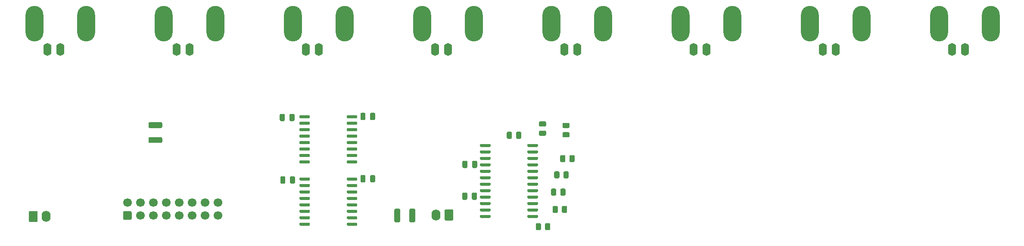
<source format=gbr>
%TF.GenerationSoftware,KiCad,Pcbnew,(5.1.10-1-10_14)*%
%TF.CreationDate,2021-10-08T10:07:37-04:00*%
%TF.ProjectId,BufferBox,42756666-6572-4426-9f78-2e6b69636164,1.1*%
%TF.SameCoordinates,Original*%
%TF.FileFunction,Soldermask,Top*%
%TF.FilePolarity,Negative*%
%FSLAX46Y46*%
G04 Gerber Fmt 4.6, Leading zero omitted, Abs format (unit mm)*
G04 Created by KiCad (PCBNEW (5.1.10-1-10_14)) date 2021-10-08 10:07:37*
%MOMM*%
%LPD*%
G01*
G04 APERTURE LIST*
%ADD10C,1.700000*%
%ADD11O,1.740000X2.190000*%
%ADD12O,1.600000X2.500000*%
%ADD13O,3.500000X7.000000*%
G04 APERTURE END LIST*
%TO.C,U3*%
G36*
G01*
X143775000Y-110635000D02*
X143775000Y-110935000D01*
G75*
G02*
X143625000Y-111085000I-150000J0D01*
G01*
X141875000Y-111085000D01*
G75*
G02*
X141725000Y-110935000I0J150000D01*
G01*
X141725000Y-110635000D01*
G75*
G02*
X141875000Y-110485000I150000J0D01*
G01*
X143625000Y-110485000D01*
G75*
G02*
X143775000Y-110635000I0J-150000D01*
G01*
G37*
G36*
G01*
X143775000Y-109365000D02*
X143775000Y-109665000D01*
G75*
G02*
X143625000Y-109815000I-150000J0D01*
G01*
X141875000Y-109815000D01*
G75*
G02*
X141725000Y-109665000I0J150000D01*
G01*
X141725000Y-109365000D01*
G75*
G02*
X141875000Y-109215000I150000J0D01*
G01*
X143625000Y-109215000D01*
G75*
G02*
X143775000Y-109365000I0J-150000D01*
G01*
G37*
G36*
G01*
X143775000Y-108095000D02*
X143775000Y-108395000D01*
G75*
G02*
X143625000Y-108545000I-150000J0D01*
G01*
X141875000Y-108545000D01*
G75*
G02*
X141725000Y-108395000I0J150000D01*
G01*
X141725000Y-108095000D01*
G75*
G02*
X141875000Y-107945000I150000J0D01*
G01*
X143625000Y-107945000D01*
G75*
G02*
X143775000Y-108095000I0J-150000D01*
G01*
G37*
G36*
G01*
X143775000Y-106825000D02*
X143775000Y-107125000D01*
G75*
G02*
X143625000Y-107275000I-150000J0D01*
G01*
X141875000Y-107275000D01*
G75*
G02*
X141725000Y-107125000I0J150000D01*
G01*
X141725000Y-106825000D01*
G75*
G02*
X141875000Y-106675000I150000J0D01*
G01*
X143625000Y-106675000D01*
G75*
G02*
X143775000Y-106825000I0J-150000D01*
G01*
G37*
G36*
G01*
X143775000Y-105555000D02*
X143775000Y-105855000D01*
G75*
G02*
X143625000Y-106005000I-150000J0D01*
G01*
X141875000Y-106005000D01*
G75*
G02*
X141725000Y-105855000I0J150000D01*
G01*
X141725000Y-105555000D01*
G75*
G02*
X141875000Y-105405000I150000J0D01*
G01*
X143625000Y-105405000D01*
G75*
G02*
X143775000Y-105555000I0J-150000D01*
G01*
G37*
G36*
G01*
X143775000Y-104285000D02*
X143775000Y-104585000D01*
G75*
G02*
X143625000Y-104735000I-150000J0D01*
G01*
X141875000Y-104735000D01*
G75*
G02*
X141725000Y-104585000I0J150000D01*
G01*
X141725000Y-104285000D01*
G75*
G02*
X141875000Y-104135000I150000J0D01*
G01*
X143625000Y-104135000D01*
G75*
G02*
X143775000Y-104285000I0J-150000D01*
G01*
G37*
G36*
G01*
X143775000Y-103015000D02*
X143775000Y-103315000D01*
G75*
G02*
X143625000Y-103465000I-150000J0D01*
G01*
X141875000Y-103465000D01*
G75*
G02*
X141725000Y-103315000I0J150000D01*
G01*
X141725000Y-103015000D01*
G75*
G02*
X141875000Y-102865000I150000J0D01*
G01*
X143625000Y-102865000D01*
G75*
G02*
X143775000Y-103015000I0J-150000D01*
G01*
G37*
G36*
G01*
X143775000Y-101745000D02*
X143775000Y-102045000D01*
G75*
G02*
X143625000Y-102195000I-150000J0D01*
G01*
X141875000Y-102195000D01*
G75*
G02*
X141725000Y-102045000I0J150000D01*
G01*
X141725000Y-101745000D01*
G75*
G02*
X141875000Y-101595000I150000J0D01*
G01*
X143625000Y-101595000D01*
G75*
G02*
X143775000Y-101745000I0J-150000D01*
G01*
G37*
G36*
G01*
X143775000Y-100475000D02*
X143775000Y-100775000D01*
G75*
G02*
X143625000Y-100925000I-150000J0D01*
G01*
X141875000Y-100925000D01*
G75*
G02*
X141725000Y-100775000I0J150000D01*
G01*
X141725000Y-100475000D01*
G75*
G02*
X141875000Y-100325000I150000J0D01*
G01*
X143625000Y-100325000D01*
G75*
G02*
X143775000Y-100475000I0J-150000D01*
G01*
G37*
G36*
G01*
X143775000Y-99205000D02*
X143775000Y-99505000D01*
G75*
G02*
X143625000Y-99655000I-150000J0D01*
G01*
X141875000Y-99655000D01*
G75*
G02*
X141725000Y-99505000I0J150000D01*
G01*
X141725000Y-99205000D01*
G75*
G02*
X141875000Y-99055000I150000J0D01*
G01*
X143625000Y-99055000D01*
G75*
G02*
X143775000Y-99205000I0J-150000D01*
G01*
G37*
G36*
G01*
X143775000Y-97935000D02*
X143775000Y-98235000D01*
G75*
G02*
X143625000Y-98385000I-150000J0D01*
G01*
X141875000Y-98385000D01*
G75*
G02*
X141725000Y-98235000I0J150000D01*
G01*
X141725000Y-97935000D01*
G75*
G02*
X141875000Y-97785000I150000J0D01*
G01*
X143625000Y-97785000D01*
G75*
G02*
X143775000Y-97935000I0J-150000D01*
G01*
G37*
G36*
G01*
X143775000Y-96665000D02*
X143775000Y-96965000D01*
G75*
G02*
X143625000Y-97115000I-150000J0D01*
G01*
X141875000Y-97115000D01*
G75*
G02*
X141725000Y-96965000I0J150000D01*
G01*
X141725000Y-96665000D01*
G75*
G02*
X141875000Y-96515000I150000J0D01*
G01*
X143625000Y-96515000D01*
G75*
G02*
X143775000Y-96665000I0J-150000D01*
G01*
G37*
G36*
G01*
X153075000Y-96665000D02*
X153075000Y-96965000D01*
G75*
G02*
X152925000Y-97115000I-150000J0D01*
G01*
X151175000Y-97115000D01*
G75*
G02*
X151025000Y-96965000I0J150000D01*
G01*
X151025000Y-96665000D01*
G75*
G02*
X151175000Y-96515000I150000J0D01*
G01*
X152925000Y-96515000D01*
G75*
G02*
X153075000Y-96665000I0J-150000D01*
G01*
G37*
G36*
G01*
X153075000Y-97935000D02*
X153075000Y-98235000D01*
G75*
G02*
X152925000Y-98385000I-150000J0D01*
G01*
X151175000Y-98385000D01*
G75*
G02*
X151025000Y-98235000I0J150000D01*
G01*
X151025000Y-97935000D01*
G75*
G02*
X151175000Y-97785000I150000J0D01*
G01*
X152925000Y-97785000D01*
G75*
G02*
X153075000Y-97935000I0J-150000D01*
G01*
G37*
G36*
G01*
X153075000Y-99205000D02*
X153075000Y-99505000D01*
G75*
G02*
X152925000Y-99655000I-150000J0D01*
G01*
X151175000Y-99655000D01*
G75*
G02*
X151025000Y-99505000I0J150000D01*
G01*
X151025000Y-99205000D01*
G75*
G02*
X151175000Y-99055000I150000J0D01*
G01*
X152925000Y-99055000D01*
G75*
G02*
X153075000Y-99205000I0J-150000D01*
G01*
G37*
G36*
G01*
X153075000Y-100475000D02*
X153075000Y-100775000D01*
G75*
G02*
X152925000Y-100925000I-150000J0D01*
G01*
X151175000Y-100925000D01*
G75*
G02*
X151025000Y-100775000I0J150000D01*
G01*
X151025000Y-100475000D01*
G75*
G02*
X151175000Y-100325000I150000J0D01*
G01*
X152925000Y-100325000D01*
G75*
G02*
X153075000Y-100475000I0J-150000D01*
G01*
G37*
G36*
G01*
X153075000Y-101745000D02*
X153075000Y-102045000D01*
G75*
G02*
X152925000Y-102195000I-150000J0D01*
G01*
X151175000Y-102195000D01*
G75*
G02*
X151025000Y-102045000I0J150000D01*
G01*
X151025000Y-101745000D01*
G75*
G02*
X151175000Y-101595000I150000J0D01*
G01*
X152925000Y-101595000D01*
G75*
G02*
X153075000Y-101745000I0J-150000D01*
G01*
G37*
G36*
G01*
X153075000Y-103015000D02*
X153075000Y-103315000D01*
G75*
G02*
X152925000Y-103465000I-150000J0D01*
G01*
X151175000Y-103465000D01*
G75*
G02*
X151025000Y-103315000I0J150000D01*
G01*
X151025000Y-103015000D01*
G75*
G02*
X151175000Y-102865000I150000J0D01*
G01*
X152925000Y-102865000D01*
G75*
G02*
X153075000Y-103015000I0J-150000D01*
G01*
G37*
G36*
G01*
X153075000Y-104285000D02*
X153075000Y-104585000D01*
G75*
G02*
X152925000Y-104735000I-150000J0D01*
G01*
X151175000Y-104735000D01*
G75*
G02*
X151025000Y-104585000I0J150000D01*
G01*
X151025000Y-104285000D01*
G75*
G02*
X151175000Y-104135000I150000J0D01*
G01*
X152925000Y-104135000D01*
G75*
G02*
X153075000Y-104285000I0J-150000D01*
G01*
G37*
G36*
G01*
X153075000Y-105555000D02*
X153075000Y-105855000D01*
G75*
G02*
X152925000Y-106005000I-150000J0D01*
G01*
X151175000Y-106005000D01*
G75*
G02*
X151025000Y-105855000I0J150000D01*
G01*
X151025000Y-105555000D01*
G75*
G02*
X151175000Y-105405000I150000J0D01*
G01*
X152925000Y-105405000D01*
G75*
G02*
X153075000Y-105555000I0J-150000D01*
G01*
G37*
G36*
G01*
X153075000Y-106825000D02*
X153075000Y-107125000D01*
G75*
G02*
X152925000Y-107275000I-150000J0D01*
G01*
X151175000Y-107275000D01*
G75*
G02*
X151025000Y-107125000I0J150000D01*
G01*
X151025000Y-106825000D01*
G75*
G02*
X151175000Y-106675000I150000J0D01*
G01*
X152925000Y-106675000D01*
G75*
G02*
X153075000Y-106825000I0J-150000D01*
G01*
G37*
G36*
G01*
X153075000Y-108095000D02*
X153075000Y-108395000D01*
G75*
G02*
X152925000Y-108545000I-150000J0D01*
G01*
X151175000Y-108545000D01*
G75*
G02*
X151025000Y-108395000I0J150000D01*
G01*
X151025000Y-108095000D01*
G75*
G02*
X151175000Y-107945000I150000J0D01*
G01*
X152925000Y-107945000D01*
G75*
G02*
X153075000Y-108095000I0J-150000D01*
G01*
G37*
G36*
G01*
X153075000Y-109365000D02*
X153075000Y-109665000D01*
G75*
G02*
X152925000Y-109815000I-150000J0D01*
G01*
X151175000Y-109815000D01*
G75*
G02*
X151025000Y-109665000I0J150000D01*
G01*
X151025000Y-109365000D01*
G75*
G02*
X151175000Y-109215000I150000J0D01*
G01*
X152925000Y-109215000D01*
G75*
G02*
X153075000Y-109365000I0J-150000D01*
G01*
G37*
G36*
G01*
X153075000Y-110635000D02*
X153075000Y-110935000D01*
G75*
G02*
X152925000Y-111085000I-150000J0D01*
G01*
X151175000Y-111085000D01*
G75*
G02*
X151025000Y-110935000I0J150000D01*
G01*
X151025000Y-110635000D01*
G75*
G02*
X151175000Y-110485000I150000J0D01*
G01*
X152925000Y-110485000D01*
G75*
G02*
X153075000Y-110635000I0J-150000D01*
G01*
G37*
%TD*%
%TO.C,U2*%
G36*
G01*
X115525000Y-103555000D02*
X115525000Y-103255000D01*
G75*
G02*
X115675000Y-103105000I150000J0D01*
G01*
X117425000Y-103105000D01*
G75*
G02*
X117575000Y-103255000I0J-150000D01*
G01*
X117575000Y-103555000D01*
G75*
G02*
X117425000Y-103705000I-150000J0D01*
G01*
X115675000Y-103705000D01*
G75*
G02*
X115525000Y-103555000I0J150000D01*
G01*
G37*
G36*
G01*
X115525000Y-104825000D02*
X115525000Y-104525000D01*
G75*
G02*
X115675000Y-104375000I150000J0D01*
G01*
X117425000Y-104375000D01*
G75*
G02*
X117575000Y-104525000I0J-150000D01*
G01*
X117575000Y-104825000D01*
G75*
G02*
X117425000Y-104975000I-150000J0D01*
G01*
X115675000Y-104975000D01*
G75*
G02*
X115525000Y-104825000I0J150000D01*
G01*
G37*
G36*
G01*
X115525000Y-106095000D02*
X115525000Y-105795000D01*
G75*
G02*
X115675000Y-105645000I150000J0D01*
G01*
X117425000Y-105645000D01*
G75*
G02*
X117575000Y-105795000I0J-150000D01*
G01*
X117575000Y-106095000D01*
G75*
G02*
X117425000Y-106245000I-150000J0D01*
G01*
X115675000Y-106245000D01*
G75*
G02*
X115525000Y-106095000I0J150000D01*
G01*
G37*
G36*
G01*
X115525000Y-107365000D02*
X115525000Y-107065000D01*
G75*
G02*
X115675000Y-106915000I150000J0D01*
G01*
X117425000Y-106915000D01*
G75*
G02*
X117575000Y-107065000I0J-150000D01*
G01*
X117575000Y-107365000D01*
G75*
G02*
X117425000Y-107515000I-150000J0D01*
G01*
X115675000Y-107515000D01*
G75*
G02*
X115525000Y-107365000I0J150000D01*
G01*
G37*
G36*
G01*
X115525000Y-108635000D02*
X115525000Y-108335000D01*
G75*
G02*
X115675000Y-108185000I150000J0D01*
G01*
X117425000Y-108185000D01*
G75*
G02*
X117575000Y-108335000I0J-150000D01*
G01*
X117575000Y-108635000D01*
G75*
G02*
X117425000Y-108785000I-150000J0D01*
G01*
X115675000Y-108785000D01*
G75*
G02*
X115525000Y-108635000I0J150000D01*
G01*
G37*
G36*
G01*
X115525000Y-109905000D02*
X115525000Y-109605000D01*
G75*
G02*
X115675000Y-109455000I150000J0D01*
G01*
X117425000Y-109455000D01*
G75*
G02*
X117575000Y-109605000I0J-150000D01*
G01*
X117575000Y-109905000D01*
G75*
G02*
X117425000Y-110055000I-150000J0D01*
G01*
X115675000Y-110055000D01*
G75*
G02*
X115525000Y-109905000I0J150000D01*
G01*
G37*
G36*
G01*
X115525000Y-111175000D02*
X115525000Y-110875000D01*
G75*
G02*
X115675000Y-110725000I150000J0D01*
G01*
X117425000Y-110725000D01*
G75*
G02*
X117575000Y-110875000I0J-150000D01*
G01*
X117575000Y-111175000D01*
G75*
G02*
X117425000Y-111325000I-150000J0D01*
G01*
X115675000Y-111325000D01*
G75*
G02*
X115525000Y-111175000I0J150000D01*
G01*
G37*
G36*
G01*
X115525000Y-112445000D02*
X115525000Y-112145000D01*
G75*
G02*
X115675000Y-111995000I150000J0D01*
G01*
X117425000Y-111995000D01*
G75*
G02*
X117575000Y-112145000I0J-150000D01*
G01*
X117575000Y-112445000D01*
G75*
G02*
X117425000Y-112595000I-150000J0D01*
G01*
X115675000Y-112595000D01*
G75*
G02*
X115525000Y-112445000I0J150000D01*
G01*
G37*
G36*
G01*
X106225000Y-112445000D02*
X106225000Y-112145000D01*
G75*
G02*
X106375000Y-111995000I150000J0D01*
G01*
X108125000Y-111995000D01*
G75*
G02*
X108275000Y-112145000I0J-150000D01*
G01*
X108275000Y-112445000D01*
G75*
G02*
X108125000Y-112595000I-150000J0D01*
G01*
X106375000Y-112595000D01*
G75*
G02*
X106225000Y-112445000I0J150000D01*
G01*
G37*
G36*
G01*
X106225000Y-111175000D02*
X106225000Y-110875000D01*
G75*
G02*
X106375000Y-110725000I150000J0D01*
G01*
X108125000Y-110725000D01*
G75*
G02*
X108275000Y-110875000I0J-150000D01*
G01*
X108275000Y-111175000D01*
G75*
G02*
X108125000Y-111325000I-150000J0D01*
G01*
X106375000Y-111325000D01*
G75*
G02*
X106225000Y-111175000I0J150000D01*
G01*
G37*
G36*
G01*
X106225000Y-109905000D02*
X106225000Y-109605000D01*
G75*
G02*
X106375000Y-109455000I150000J0D01*
G01*
X108125000Y-109455000D01*
G75*
G02*
X108275000Y-109605000I0J-150000D01*
G01*
X108275000Y-109905000D01*
G75*
G02*
X108125000Y-110055000I-150000J0D01*
G01*
X106375000Y-110055000D01*
G75*
G02*
X106225000Y-109905000I0J150000D01*
G01*
G37*
G36*
G01*
X106225000Y-108635000D02*
X106225000Y-108335000D01*
G75*
G02*
X106375000Y-108185000I150000J0D01*
G01*
X108125000Y-108185000D01*
G75*
G02*
X108275000Y-108335000I0J-150000D01*
G01*
X108275000Y-108635000D01*
G75*
G02*
X108125000Y-108785000I-150000J0D01*
G01*
X106375000Y-108785000D01*
G75*
G02*
X106225000Y-108635000I0J150000D01*
G01*
G37*
G36*
G01*
X106225000Y-107365000D02*
X106225000Y-107065000D01*
G75*
G02*
X106375000Y-106915000I150000J0D01*
G01*
X108125000Y-106915000D01*
G75*
G02*
X108275000Y-107065000I0J-150000D01*
G01*
X108275000Y-107365000D01*
G75*
G02*
X108125000Y-107515000I-150000J0D01*
G01*
X106375000Y-107515000D01*
G75*
G02*
X106225000Y-107365000I0J150000D01*
G01*
G37*
G36*
G01*
X106225000Y-106095000D02*
X106225000Y-105795000D01*
G75*
G02*
X106375000Y-105645000I150000J0D01*
G01*
X108125000Y-105645000D01*
G75*
G02*
X108275000Y-105795000I0J-150000D01*
G01*
X108275000Y-106095000D01*
G75*
G02*
X108125000Y-106245000I-150000J0D01*
G01*
X106375000Y-106245000D01*
G75*
G02*
X106225000Y-106095000I0J150000D01*
G01*
G37*
G36*
G01*
X106225000Y-104825000D02*
X106225000Y-104525000D01*
G75*
G02*
X106375000Y-104375000I150000J0D01*
G01*
X108125000Y-104375000D01*
G75*
G02*
X108275000Y-104525000I0J-150000D01*
G01*
X108275000Y-104825000D01*
G75*
G02*
X108125000Y-104975000I-150000J0D01*
G01*
X106375000Y-104975000D01*
G75*
G02*
X106225000Y-104825000I0J150000D01*
G01*
G37*
G36*
G01*
X106225000Y-103555000D02*
X106225000Y-103255000D01*
G75*
G02*
X106375000Y-103105000I150000J0D01*
G01*
X108125000Y-103105000D01*
G75*
G02*
X108275000Y-103255000I0J-150000D01*
G01*
X108275000Y-103555000D01*
G75*
G02*
X108125000Y-103705000I-150000J0D01*
G01*
X106375000Y-103705000D01*
G75*
G02*
X106225000Y-103555000I0J150000D01*
G01*
G37*
%TD*%
%TO.C,C4*%
G36*
G01*
X103450000Y-103125000D02*
X103450000Y-104075000D01*
G75*
G02*
X103200000Y-104325000I-250000J0D01*
G01*
X102700000Y-104325000D01*
G75*
G02*
X102450000Y-104075000I0J250000D01*
G01*
X102450000Y-103125000D01*
G75*
G02*
X102700000Y-102875000I250000J0D01*
G01*
X103200000Y-102875000D01*
G75*
G02*
X103450000Y-103125000I0J-250000D01*
G01*
G37*
G36*
G01*
X105350000Y-103125000D02*
X105350000Y-104075000D01*
G75*
G02*
X105100000Y-104325000I-250000J0D01*
G01*
X104600000Y-104325000D01*
G75*
G02*
X104350000Y-104075000I0J250000D01*
G01*
X104350000Y-103125000D01*
G75*
G02*
X104600000Y-102875000I250000J0D01*
G01*
X105100000Y-102875000D01*
G75*
G02*
X105350000Y-103125000I0J-250000D01*
G01*
G37*
%TD*%
%TO.C,C8*%
G36*
G01*
X139250000Y-100050000D02*
X139250000Y-101000000D01*
G75*
G02*
X139000000Y-101250000I-250000J0D01*
G01*
X138500000Y-101250000D01*
G75*
G02*
X138250000Y-101000000I0J250000D01*
G01*
X138250000Y-100050000D01*
G75*
G02*
X138500000Y-99800000I250000J0D01*
G01*
X139000000Y-99800000D01*
G75*
G02*
X139250000Y-100050000I0J-250000D01*
G01*
G37*
G36*
G01*
X141150000Y-100050000D02*
X141150000Y-101000000D01*
G75*
G02*
X140900000Y-101250000I-250000J0D01*
G01*
X140400000Y-101250000D01*
G75*
G02*
X140150000Y-101000000I0J250000D01*
G01*
X140150000Y-100050000D01*
G75*
G02*
X140400000Y-99800000I250000J0D01*
G01*
X140900000Y-99800000D01*
G75*
G02*
X141150000Y-100050000I0J-250000D01*
G01*
G37*
%TD*%
D10*
%TO.C,J10*%
X90180000Y-108060000D03*
X87640000Y-108060000D03*
X85100000Y-108060000D03*
X82560000Y-108060000D03*
X80020000Y-108060000D03*
X77480000Y-108060000D03*
X74940000Y-108060000D03*
X72400000Y-108060000D03*
X90180000Y-110600000D03*
X87640000Y-110600000D03*
X85100000Y-110600000D03*
X82560000Y-110600000D03*
X80020000Y-110600000D03*
X77480000Y-110600000D03*
X74940000Y-110600000D03*
G36*
G01*
X73000000Y-111450000D02*
X71800000Y-111450000D01*
G75*
G02*
X71550000Y-111200000I0J250000D01*
G01*
X71550000Y-110000000D01*
G75*
G02*
X71800000Y-109750000I250000J0D01*
G01*
X73000000Y-109750000D01*
G75*
G02*
X73250000Y-110000000I0J-250000D01*
G01*
X73250000Y-111200000D01*
G75*
G02*
X73000000Y-111450000I-250000J0D01*
G01*
G37*
%TD*%
%TO.C,R9*%
G36*
G01*
X154487500Y-113250002D02*
X154487500Y-112349998D01*
G75*
G02*
X154737498Y-112100000I249998J0D01*
G01*
X155262502Y-112100000D01*
G75*
G02*
X155512500Y-112349998I0J-249998D01*
G01*
X155512500Y-113250002D01*
G75*
G02*
X155262502Y-113500000I-249998J0D01*
G01*
X154737498Y-113500000D01*
G75*
G02*
X154487500Y-113250002I0J249998D01*
G01*
G37*
G36*
G01*
X152662500Y-113250002D02*
X152662500Y-112349998D01*
G75*
G02*
X152912498Y-112100000I249998J0D01*
G01*
X153437502Y-112100000D01*
G75*
G02*
X153687500Y-112349998I0J-249998D01*
G01*
X153687500Y-113250002D01*
G75*
G02*
X153437502Y-113500000I-249998J0D01*
G01*
X152912498Y-113500000D01*
G75*
G02*
X152662500Y-113250002I0J249998D01*
G01*
G37*
%TD*%
%TO.C,R8*%
G36*
G01*
X157800000Y-109850002D02*
X157800000Y-108949998D01*
G75*
G02*
X158049998Y-108700000I249998J0D01*
G01*
X158575002Y-108700000D01*
G75*
G02*
X158825000Y-108949998I0J-249998D01*
G01*
X158825000Y-109850002D01*
G75*
G02*
X158575002Y-110100000I-249998J0D01*
G01*
X158049998Y-110100000D01*
G75*
G02*
X157800000Y-109850002I0J249998D01*
G01*
G37*
G36*
G01*
X155975000Y-109850002D02*
X155975000Y-108949998D01*
G75*
G02*
X156224998Y-108700000I249998J0D01*
G01*
X156750002Y-108700000D01*
G75*
G02*
X157000000Y-108949998I0J-249998D01*
G01*
X157000000Y-109850002D01*
G75*
G02*
X156750002Y-110100000I-249998J0D01*
G01*
X156224998Y-110100000D01*
G75*
G02*
X155975000Y-109850002I0J249998D01*
G01*
G37*
%TD*%
%TO.C,R7*%
G36*
G01*
X157487500Y-106450002D02*
X157487500Y-105549998D01*
G75*
G02*
X157737498Y-105300000I249998J0D01*
G01*
X158262502Y-105300000D01*
G75*
G02*
X158512500Y-105549998I0J-249998D01*
G01*
X158512500Y-106450002D01*
G75*
G02*
X158262502Y-106700000I-249998J0D01*
G01*
X157737498Y-106700000D01*
G75*
G02*
X157487500Y-106450002I0J249998D01*
G01*
G37*
G36*
G01*
X155662500Y-106450002D02*
X155662500Y-105549998D01*
G75*
G02*
X155912498Y-105300000I249998J0D01*
G01*
X156437502Y-105300000D01*
G75*
G02*
X156687500Y-105549998I0J-249998D01*
G01*
X156687500Y-106450002D01*
G75*
G02*
X156437502Y-106700000I-249998J0D01*
G01*
X155912498Y-106700000D01*
G75*
G02*
X155662500Y-106450002I0J249998D01*
G01*
G37*
%TD*%
%TO.C,C1*%
G36*
G01*
X76799999Y-95175000D02*
X79000001Y-95175000D01*
G75*
G02*
X79250000Y-95424999I0J-249999D01*
G01*
X79250000Y-96075001D01*
G75*
G02*
X79000001Y-96325000I-249999J0D01*
G01*
X76799999Y-96325000D01*
G75*
G02*
X76550000Y-96075001I0J249999D01*
G01*
X76550000Y-95424999D01*
G75*
G02*
X76799999Y-95175000I249999J0D01*
G01*
G37*
G36*
G01*
X76799999Y-92225000D02*
X79000001Y-92225000D01*
G75*
G02*
X79250000Y-92474999I0J-249999D01*
G01*
X79250000Y-93125001D01*
G75*
G02*
X79000001Y-93375000I-249999J0D01*
G01*
X76799999Y-93375000D01*
G75*
G02*
X76550000Y-93125001I0J249999D01*
G01*
X76550000Y-92474999D01*
G75*
G02*
X76799999Y-92225000I249999J0D01*
G01*
G37*
%TD*%
%TO.C,U1*%
G36*
G01*
X115525000Y-91305000D02*
X115525000Y-91005000D01*
G75*
G02*
X115675000Y-90855000I150000J0D01*
G01*
X117425000Y-90855000D01*
G75*
G02*
X117575000Y-91005000I0J-150000D01*
G01*
X117575000Y-91305000D01*
G75*
G02*
X117425000Y-91455000I-150000J0D01*
G01*
X115675000Y-91455000D01*
G75*
G02*
X115525000Y-91305000I0J150000D01*
G01*
G37*
G36*
G01*
X115525000Y-92575000D02*
X115525000Y-92275000D01*
G75*
G02*
X115675000Y-92125000I150000J0D01*
G01*
X117425000Y-92125000D01*
G75*
G02*
X117575000Y-92275000I0J-150000D01*
G01*
X117575000Y-92575000D01*
G75*
G02*
X117425000Y-92725000I-150000J0D01*
G01*
X115675000Y-92725000D01*
G75*
G02*
X115525000Y-92575000I0J150000D01*
G01*
G37*
G36*
G01*
X115525000Y-93845000D02*
X115525000Y-93545000D01*
G75*
G02*
X115675000Y-93395000I150000J0D01*
G01*
X117425000Y-93395000D01*
G75*
G02*
X117575000Y-93545000I0J-150000D01*
G01*
X117575000Y-93845000D01*
G75*
G02*
X117425000Y-93995000I-150000J0D01*
G01*
X115675000Y-93995000D01*
G75*
G02*
X115525000Y-93845000I0J150000D01*
G01*
G37*
G36*
G01*
X115525000Y-95115000D02*
X115525000Y-94815000D01*
G75*
G02*
X115675000Y-94665000I150000J0D01*
G01*
X117425000Y-94665000D01*
G75*
G02*
X117575000Y-94815000I0J-150000D01*
G01*
X117575000Y-95115000D01*
G75*
G02*
X117425000Y-95265000I-150000J0D01*
G01*
X115675000Y-95265000D01*
G75*
G02*
X115525000Y-95115000I0J150000D01*
G01*
G37*
G36*
G01*
X115525000Y-96385000D02*
X115525000Y-96085000D01*
G75*
G02*
X115675000Y-95935000I150000J0D01*
G01*
X117425000Y-95935000D01*
G75*
G02*
X117575000Y-96085000I0J-150000D01*
G01*
X117575000Y-96385000D01*
G75*
G02*
X117425000Y-96535000I-150000J0D01*
G01*
X115675000Y-96535000D01*
G75*
G02*
X115525000Y-96385000I0J150000D01*
G01*
G37*
G36*
G01*
X115525000Y-97655000D02*
X115525000Y-97355000D01*
G75*
G02*
X115675000Y-97205000I150000J0D01*
G01*
X117425000Y-97205000D01*
G75*
G02*
X117575000Y-97355000I0J-150000D01*
G01*
X117575000Y-97655000D01*
G75*
G02*
X117425000Y-97805000I-150000J0D01*
G01*
X115675000Y-97805000D01*
G75*
G02*
X115525000Y-97655000I0J150000D01*
G01*
G37*
G36*
G01*
X115525000Y-98925000D02*
X115525000Y-98625000D01*
G75*
G02*
X115675000Y-98475000I150000J0D01*
G01*
X117425000Y-98475000D01*
G75*
G02*
X117575000Y-98625000I0J-150000D01*
G01*
X117575000Y-98925000D01*
G75*
G02*
X117425000Y-99075000I-150000J0D01*
G01*
X115675000Y-99075000D01*
G75*
G02*
X115525000Y-98925000I0J150000D01*
G01*
G37*
G36*
G01*
X115525000Y-100195000D02*
X115525000Y-99895000D01*
G75*
G02*
X115675000Y-99745000I150000J0D01*
G01*
X117425000Y-99745000D01*
G75*
G02*
X117575000Y-99895000I0J-150000D01*
G01*
X117575000Y-100195000D01*
G75*
G02*
X117425000Y-100345000I-150000J0D01*
G01*
X115675000Y-100345000D01*
G75*
G02*
X115525000Y-100195000I0J150000D01*
G01*
G37*
G36*
G01*
X106225000Y-100195000D02*
X106225000Y-99895000D01*
G75*
G02*
X106375000Y-99745000I150000J0D01*
G01*
X108125000Y-99745000D01*
G75*
G02*
X108275000Y-99895000I0J-150000D01*
G01*
X108275000Y-100195000D01*
G75*
G02*
X108125000Y-100345000I-150000J0D01*
G01*
X106375000Y-100345000D01*
G75*
G02*
X106225000Y-100195000I0J150000D01*
G01*
G37*
G36*
G01*
X106225000Y-98925000D02*
X106225000Y-98625000D01*
G75*
G02*
X106375000Y-98475000I150000J0D01*
G01*
X108125000Y-98475000D01*
G75*
G02*
X108275000Y-98625000I0J-150000D01*
G01*
X108275000Y-98925000D01*
G75*
G02*
X108125000Y-99075000I-150000J0D01*
G01*
X106375000Y-99075000D01*
G75*
G02*
X106225000Y-98925000I0J150000D01*
G01*
G37*
G36*
G01*
X106225000Y-97655000D02*
X106225000Y-97355000D01*
G75*
G02*
X106375000Y-97205000I150000J0D01*
G01*
X108125000Y-97205000D01*
G75*
G02*
X108275000Y-97355000I0J-150000D01*
G01*
X108275000Y-97655000D01*
G75*
G02*
X108125000Y-97805000I-150000J0D01*
G01*
X106375000Y-97805000D01*
G75*
G02*
X106225000Y-97655000I0J150000D01*
G01*
G37*
G36*
G01*
X106225000Y-96385000D02*
X106225000Y-96085000D01*
G75*
G02*
X106375000Y-95935000I150000J0D01*
G01*
X108125000Y-95935000D01*
G75*
G02*
X108275000Y-96085000I0J-150000D01*
G01*
X108275000Y-96385000D01*
G75*
G02*
X108125000Y-96535000I-150000J0D01*
G01*
X106375000Y-96535000D01*
G75*
G02*
X106225000Y-96385000I0J150000D01*
G01*
G37*
G36*
G01*
X106225000Y-95115000D02*
X106225000Y-94815000D01*
G75*
G02*
X106375000Y-94665000I150000J0D01*
G01*
X108125000Y-94665000D01*
G75*
G02*
X108275000Y-94815000I0J-150000D01*
G01*
X108275000Y-95115000D01*
G75*
G02*
X108125000Y-95265000I-150000J0D01*
G01*
X106375000Y-95265000D01*
G75*
G02*
X106225000Y-95115000I0J150000D01*
G01*
G37*
G36*
G01*
X106225000Y-93845000D02*
X106225000Y-93545000D01*
G75*
G02*
X106375000Y-93395000I150000J0D01*
G01*
X108125000Y-93395000D01*
G75*
G02*
X108275000Y-93545000I0J-150000D01*
G01*
X108275000Y-93845000D01*
G75*
G02*
X108125000Y-93995000I-150000J0D01*
G01*
X106375000Y-93995000D01*
G75*
G02*
X106225000Y-93845000I0J150000D01*
G01*
G37*
G36*
G01*
X106225000Y-92575000D02*
X106225000Y-92275000D01*
G75*
G02*
X106375000Y-92125000I150000J0D01*
G01*
X108125000Y-92125000D01*
G75*
G02*
X108275000Y-92275000I0J-150000D01*
G01*
X108275000Y-92575000D01*
G75*
G02*
X108125000Y-92725000I-150000J0D01*
G01*
X106375000Y-92725000D01*
G75*
G02*
X106225000Y-92575000I0J150000D01*
G01*
G37*
G36*
G01*
X106225000Y-91305000D02*
X106225000Y-91005000D01*
G75*
G02*
X106375000Y-90855000I150000J0D01*
G01*
X108125000Y-90855000D01*
G75*
G02*
X108275000Y-91005000I0J-150000D01*
G01*
X108275000Y-91305000D01*
G75*
G02*
X108125000Y-91455000I-150000J0D01*
G01*
X106375000Y-91455000D01*
G75*
G02*
X106225000Y-91305000I0J150000D01*
G01*
G37*
%TD*%
%TO.C,R6*%
G36*
G01*
X158112500Y-103050002D02*
X158112500Y-102149998D01*
G75*
G02*
X158362498Y-101900000I249998J0D01*
G01*
X158887502Y-101900000D01*
G75*
G02*
X159137500Y-102149998I0J-249998D01*
G01*
X159137500Y-103050002D01*
G75*
G02*
X158887502Y-103300000I-249998J0D01*
G01*
X158362498Y-103300000D01*
G75*
G02*
X158112500Y-103050002I0J249998D01*
G01*
G37*
G36*
G01*
X156287500Y-103050002D02*
X156287500Y-102149998D01*
G75*
G02*
X156537498Y-101900000I249998J0D01*
G01*
X157062502Y-101900000D01*
G75*
G02*
X157312500Y-102149998I0J-249998D01*
G01*
X157312500Y-103050002D01*
G75*
G02*
X157062502Y-103300000I-249998J0D01*
G01*
X156537498Y-103300000D01*
G75*
G02*
X156287500Y-103050002I0J249998D01*
G01*
G37*
%TD*%
%TO.C,R5*%
G36*
G01*
X159287500Y-99850002D02*
X159287500Y-98949998D01*
G75*
G02*
X159537498Y-98700000I249998J0D01*
G01*
X160062502Y-98700000D01*
G75*
G02*
X160312500Y-98949998I0J-249998D01*
G01*
X160312500Y-99850002D01*
G75*
G02*
X160062502Y-100100000I-249998J0D01*
G01*
X159537498Y-100100000D01*
G75*
G02*
X159287500Y-99850002I0J249998D01*
G01*
G37*
G36*
G01*
X157462500Y-99850002D02*
X157462500Y-98949998D01*
G75*
G02*
X157712498Y-98700000I249998J0D01*
G01*
X158237502Y-98700000D01*
G75*
G02*
X158487500Y-98949998I0J-249998D01*
G01*
X158487500Y-99850002D01*
G75*
G02*
X158237502Y-100100000I-249998J0D01*
G01*
X157712498Y-100100000D01*
G75*
G02*
X157462500Y-99850002I0J249998D01*
G01*
G37*
%TD*%
%TO.C,R4*%
G36*
G01*
X159050002Y-93387500D02*
X158149998Y-93387500D01*
G75*
G02*
X157900000Y-93137502I0J249998D01*
G01*
X157900000Y-92612498D01*
G75*
G02*
X158149998Y-92362500I249998J0D01*
G01*
X159050002Y-92362500D01*
G75*
G02*
X159300000Y-92612498I0J-249998D01*
G01*
X159300000Y-93137502D01*
G75*
G02*
X159050002Y-93387500I-249998J0D01*
G01*
G37*
G36*
G01*
X159050002Y-95212500D02*
X158149998Y-95212500D01*
G75*
G02*
X157900000Y-94962502I0J249998D01*
G01*
X157900000Y-94437498D01*
G75*
G02*
X158149998Y-94187500I249998J0D01*
G01*
X159050002Y-94187500D01*
G75*
G02*
X159300000Y-94437498I0J-249998D01*
G01*
X159300000Y-94962502D01*
G75*
G02*
X159050002Y-95212500I-249998J0D01*
G01*
G37*
%TD*%
%TO.C,R3*%
G36*
G01*
X154450002Y-93087500D02*
X153549998Y-93087500D01*
G75*
G02*
X153300000Y-92837502I0J249998D01*
G01*
X153300000Y-92312498D01*
G75*
G02*
X153549998Y-92062500I249998J0D01*
G01*
X154450002Y-92062500D01*
G75*
G02*
X154700000Y-92312498I0J-249998D01*
G01*
X154700000Y-92837502D01*
G75*
G02*
X154450002Y-93087500I-249998J0D01*
G01*
G37*
G36*
G01*
X154450002Y-94912500D02*
X153549998Y-94912500D01*
G75*
G02*
X153300000Y-94662502I0J249998D01*
G01*
X153300000Y-94137498D01*
G75*
G02*
X153549998Y-93887500I249998J0D01*
G01*
X154450002Y-93887500D01*
G75*
G02*
X154700000Y-94137498I0J-249998D01*
G01*
X154700000Y-94662502D01*
G75*
G02*
X154450002Y-94912500I-249998J0D01*
G01*
G37*
%TD*%
%TO.C,R2*%
G36*
G01*
X149812500Y-94349998D02*
X149812500Y-95250002D01*
G75*
G02*
X149562502Y-95500000I-249998J0D01*
G01*
X149037498Y-95500000D01*
G75*
G02*
X148787500Y-95250002I0J249998D01*
G01*
X148787500Y-94349998D01*
G75*
G02*
X149037498Y-94100000I249998J0D01*
G01*
X149562502Y-94100000D01*
G75*
G02*
X149812500Y-94349998I0J-249998D01*
G01*
G37*
G36*
G01*
X147987500Y-94349998D02*
X147987500Y-95250002D01*
G75*
G02*
X147737502Y-95500000I-249998J0D01*
G01*
X147212498Y-95500000D01*
G75*
G02*
X146962500Y-95250002I0J249998D01*
G01*
X146962500Y-94349998D01*
G75*
G02*
X147212498Y-94100000I249998J0D01*
G01*
X147737502Y-94100000D01*
G75*
G02*
X147987500Y-94349998I0J-249998D01*
G01*
G37*
%TD*%
D11*
%TO.C,J9*%
X56440000Y-110800000D03*
G36*
G01*
X53030000Y-111645001D02*
X53030000Y-109954999D01*
G75*
G02*
X53279999Y-109705000I249999J0D01*
G01*
X54520001Y-109705000D01*
G75*
G02*
X54770000Y-109954999I0J-249999D01*
G01*
X54770000Y-111645001D01*
G75*
G02*
X54520001Y-111895000I-249999J0D01*
G01*
X53279999Y-111895000D01*
G75*
G02*
X53030000Y-111645001I0J249999D01*
G01*
G37*
%TD*%
%TO.C,J8*%
X133060000Y-110500000D03*
G36*
G01*
X136470000Y-109654999D02*
X136470000Y-111345001D01*
G75*
G02*
X136220001Y-111595000I-249999J0D01*
G01*
X134979999Y-111595000D01*
G75*
G02*
X134730000Y-111345001I0J249999D01*
G01*
X134730000Y-109654999D01*
G75*
G02*
X134979999Y-109405000I249999J0D01*
G01*
X136220001Y-109405000D01*
G75*
G02*
X136470000Y-109654999I0J-249999D01*
G01*
G37*
%TD*%
D12*
%TO.C,J7*%
X234460000Y-77900000D03*
X237000000Y-77900000D03*
D13*
X242080000Y-72820000D03*
X231920000Y-72820000D03*
%TD*%
D12*
%TO.C,J6*%
X209060000Y-77900000D03*
X211600000Y-77900000D03*
D13*
X216680000Y-72820000D03*
X206520000Y-72820000D03*
%TD*%
D12*
%TO.C,J5*%
X183660000Y-77900000D03*
X186200000Y-77900000D03*
D13*
X191280000Y-72820000D03*
X181120000Y-72820000D03*
%TD*%
D12*
%TO.C,J4*%
X158260000Y-77900000D03*
X160800000Y-77900000D03*
D13*
X165880000Y-72820000D03*
X155720000Y-72820000D03*
%TD*%
D12*
%TO.C,J3*%
X132860000Y-77900000D03*
X135400000Y-77900000D03*
D13*
X140480000Y-72820000D03*
X130320000Y-72820000D03*
%TD*%
D12*
%TO.C,J2*%
X107460000Y-77900000D03*
X110000000Y-77900000D03*
D13*
X115080000Y-72820000D03*
X104920000Y-72820000D03*
%TD*%
D12*
%TO.C,J1*%
X82060000Y-77900000D03*
X84600000Y-77900000D03*
D13*
X89680000Y-72820000D03*
X79520000Y-72820000D03*
%TD*%
D12*
%TO.C,J0*%
X56660000Y-77900000D03*
X59200000Y-77900000D03*
D13*
X64280000Y-72820000D03*
X54120000Y-72820000D03*
%TD*%
%TO.C,C7*%
G36*
G01*
X139200000Y-106325000D02*
X139200000Y-107275000D01*
G75*
G02*
X138950000Y-107525000I-250000J0D01*
G01*
X138450000Y-107525000D01*
G75*
G02*
X138200000Y-107275000I0J250000D01*
G01*
X138200000Y-106325000D01*
G75*
G02*
X138450000Y-106075000I250000J0D01*
G01*
X138950000Y-106075000D01*
G75*
G02*
X139200000Y-106325000I0J-250000D01*
G01*
G37*
G36*
G01*
X141100000Y-106325000D02*
X141100000Y-107275000D01*
G75*
G02*
X140850000Y-107525000I-250000J0D01*
G01*
X140350000Y-107525000D01*
G75*
G02*
X140100000Y-107275000I0J250000D01*
G01*
X140100000Y-106325000D01*
G75*
G02*
X140350000Y-106075000I250000J0D01*
G01*
X140850000Y-106075000D01*
G75*
G02*
X141100000Y-106325000I0J-250000D01*
G01*
G37*
%TD*%
%TO.C,C6*%
G36*
G01*
X120100000Y-103825000D02*
X120100000Y-102875000D01*
G75*
G02*
X120350000Y-102625000I250000J0D01*
G01*
X120850000Y-102625000D01*
G75*
G02*
X121100000Y-102875000I0J-250000D01*
G01*
X121100000Y-103825000D01*
G75*
G02*
X120850000Y-104075000I-250000J0D01*
G01*
X120350000Y-104075000D01*
G75*
G02*
X120100000Y-103825000I0J250000D01*
G01*
G37*
G36*
G01*
X118200000Y-103825000D02*
X118200000Y-102875000D01*
G75*
G02*
X118450000Y-102625000I250000J0D01*
G01*
X118950000Y-102625000D01*
G75*
G02*
X119200000Y-102875000I0J-250000D01*
G01*
X119200000Y-103825000D01*
G75*
G02*
X118950000Y-104075000I-250000J0D01*
G01*
X118450000Y-104075000D01*
G75*
G02*
X118200000Y-103825000I0J250000D01*
G01*
G37*
%TD*%
%TO.C,C5*%
G36*
G01*
X120100000Y-91575000D02*
X120100000Y-90625000D01*
G75*
G02*
X120350000Y-90375000I250000J0D01*
G01*
X120850000Y-90375000D01*
G75*
G02*
X121100000Y-90625000I0J-250000D01*
G01*
X121100000Y-91575000D01*
G75*
G02*
X120850000Y-91825000I-250000J0D01*
G01*
X120350000Y-91825000D01*
G75*
G02*
X120100000Y-91575000I0J250000D01*
G01*
G37*
G36*
G01*
X118200000Y-91575000D02*
X118200000Y-90625000D01*
G75*
G02*
X118450000Y-90375000I250000J0D01*
G01*
X118950000Y-90375000D01*
G75*
G02*
X119200000Y-90625000I0J-250000D01*
G01*
X119200000Y-91575000D01*
G75*
G02*
X118950000Y-91825000I-250000J0D01*
G01*
X118450000Y-91825000D01*
G75*
G02*
X118200000Y-91575000I0J250000D01*
G01*
G37*
%TD*%
%TO.C,C3*%
G36*
G01*
X103350000Y-90825000D02*
X103350000Y-91775000D01*
G75*
G02*
X103100000Y-92025000I-250000J0D01*
G01*
X102600000Y-92025000D01*
G75*
G02*
X102350000Y-91775000I0J250000D01*
G01*
X102350000Y-90825000D01*
G75*
G02*
X102600000Y-90575000I250000J0D01*
G01*
X103100000Y-90575000D01*
G75*
G02*
X103350000Y-90825000I0J-250000D01*
G01*
G37*
G36*
G01*
X105250000Y-90825000D02*
X105250000Y-91775000D01*
G75*
G02*
X105000000Y-92025000I-250000J0D01*
G01*
X104500000Y-92025000D01*
G75*
G02*
X104250000Y-91775000I0J250000D01*
G01*
X104250000Y-90825000D01*
G75*
G02*
X104500000Y-90575000I250000J0D01*
G01*
X105000000Y-90575000D01*
G75*
G02*
X105250000Y-90825000I0J-250000D01*
G01*
G37*
%TD*%
%TO.C,C2*%
G36*
G01*
X126025000Y-109499999D02*
X126025000Y-111700001D01*
G75*
G02*
X125775001Y-111950000I-249999J0D01*
G01*
X125124999Y-111950000D01*
G75*
G02*
X124875000Y-111700001I0J249999D01*
G01*
X124875000Y-109499999D01*
G75*
G02*
X125124999Y-109250000I249999J0D01*
G01*
X125775001Y-109250000D01*
G75*
G02*
X126025000Y-109499999I0J-249999D01*
G01*
G37*
G36*
G01*
X128975000Y-109499999D02*
X128975000Y-111700001D01*
G75*
G02*
X128725001Y-111950000I-249999J0D01*
G01*
X128074999Y-111950000D01*
G75*
G02*
X127825000Y-111700001I0J249999D01*
G01*
X127825000Y-109499999D01*
G75*
G02*
X128074999Y-109250000I249999J0D01*
G01*
X128725001Y-109250000D01*
G75*
G02*
X128975000Y-109499999I0J-249999D01*
G01*
G37*
%TD*%
M02*

</source>
